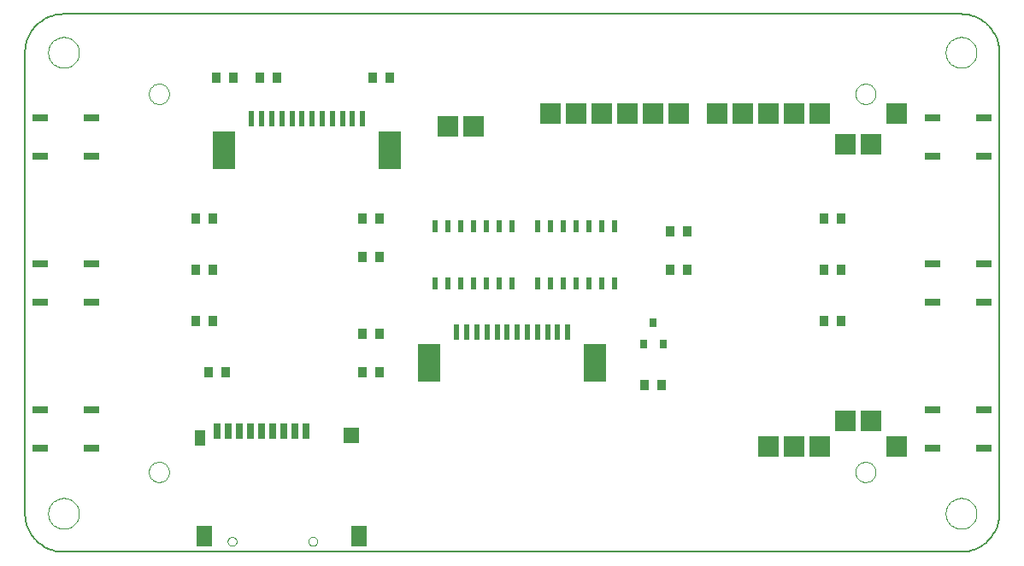
<source format=gtp>
G75*
%MOIN*%
%OFA0B0*%
%FSLAX24Y24*%
%IPPOS*%
%LPD*%
%AMOC8*
5,1,8,0,0,1.08239X$1,22.5*
%
%ADD10C,0.0050*%
%ADD11C,0.0000*%
%ADD12R,0.0370X0.0400*%
%ADD13R,0.0600X0.0300*%
%ADD14R,0.0300X0.0600*%
%ADD15R,0.0400X0.0600*%
%ADD16R,0.0600X0.0800*%
%ADD17R,0.0600X0.0600*%
%ADD18R,0.0197X0.0591*%
%ADD19R,0.0866X0.1496*%
%ADD20R,0.0236X0.0472*%
%ADD21R,0.0315X0.0354*%
%ADD22R,0.0800X0.0800*%
D10*
X016260Y007643D02*
X016260Y025643D01*
X016262Y025719D01*
X016268Y025795D01*
X016277Y025870D01*
X016291Y025945D01*
X016308Y026019D01*
X016329Y026092D01*
X016353Y026164D01*
X016382Y026235D01*
X016413Y026304D01*
X016448Y026371D01*
X016487Y026436D01*
X016529Y026500D01*
X016574Y026561D01*
X016622Y026620D01*
X016673Y026676D01*
X016727Y026730D01*
X016783Y026781D01*
X016842Y026829D01*
X016903Y026874D01*
X016967Y026916D01*
X017032Y026955D01*
X017099Y026990D01*
X017168Y027021D01*
X017239Y027050D01*
X017311Y027074D01*
X017384Y027095D01*
X017458Y027112D01*
X017533Y027126D01*
X017608Y027135D01*
X017684Y027141D01*
X017760Y027143D01*
X052760Y027143D01*
X052836Y027141D01*
X052912Y027135D01*
X052987Y027126D01*
X053062Y027112D01*
X053136Y027095D01*
X053209Y027074D01*
X053281Y027050D01*
X053352Y027021D01*
X053421Y026990D01*
X053488Y026955D01*
X053553Y026916D01*
X053617Y026874D01*
X053678Y026829D01*
X053737Y026781D01*
X053793Y026730D01*
X053847Y026676D01*
X053898Y026620D01*
X053946Y026561D01*
X053991Y026500D01*
X054033Y026436D01*
X054072Y026371D01*
X054107Y026304D01*
X054138Y026235D01*
X054167Y026164D01*
X054191Y026092D01*
X054212Y026019D01*
X054229Y025945D01*
X054243Y025870D01*
X054252Y025795D01*
X054258Y025719D01*
X054260Y025643D01*
X054260Y007643D01*
X054258Y007567D01*
X054252Y007491D01*
X054243Y007416D01*
X054229Y007341D01*
X054212Y007267D01*
X054191Y007194D01*
X054167Y007122D01*
X054138Y007051D01*
X054107Y006982D01*
X054072Y006915D01*
X054033Y006850D01*
X053991Y006786D01*
X053946Y006725D01*
X053898Y006666D01*
X053847Y006610D01*
X053793Y006556D01*
X053737Y006505D01*
X053678Y006457D01*
X053617Y006412D01*
X053553Y006370D01*
X053488Y006331D01*
X053421Y006296D01*
X053352Y006265D01*
X053281Y006236D01*
X053209Y006212D01*
X053136Y006191D01*
X053062Y006174D01*
X052987Y006160D01*
X052912Y006151D01*
X052836Y006145D01*
X052760Y006143D01*
X017760Y006143D01*
X017684Y006145D01*
X017608Y006151D01*
X017533Y006160D01*
X017458Y006174D01*
X017384Y006191D01*
X017311Y006212D01*
X017239Y006236D01*
X017168Y006265D01*
X017099Y006296D01*
X017032Y006331D01*
X016967Y006370D01*
X016903Y006412D01*
X016842Y006457D01*
X016783Y006505D01*
X016727Y006556D01*
X016673Y006610D01*
X016622Y006666D01*
X016574Y006725D01*
X016529Y006786D01*
X016487Y006850D01*
X016448Y006915D01*
X016413Y006982D01*
X016382Y007051D01*
X016353Y007122D01*
X016329Y007194D01*
X016308Y007267D01*
X016291Y007341D01*
X016277Y007416D01*
X016268Y007491D01*
X016262Y007567D01*
X016260Y007643D01*
D11*
X017160Y007643D02*
X017162Y007692D01*
X017168Y007740D01*
X017178Y007788D01*
X017192Y007835D01*
X017209Y007881D01*
X017230Y007925D01*
X017255Y007967D01*
X017283Y008007D01*
X017315Y008045D01*
X017349Y008080D01*
X017386Y008112D01*
X017425Y008141D01*
X017467Y008167D01*
X017511Y008189D01*
X017556Y008207D01*
X017603Y008222D01*
X017650Y008233D01*
X017699Y008240D01*
X017748Y008243D01*
X017797Y008242D01*
X017845Y008237D01*
X017894Y008228D01*
X017941Y008215D01*
X017987Y008198D01*
X018031Y008178D01*
X018074Y008154D01*
X018115Y008127D01*
X018153Y008096D01*
X018189Y008063D01*
X018221Y008027D01*
X018251Y007988D01*
X018278Y007947D01*
X018301Y007903D01*
X018320Y007858D01*
X018336Y007812D01*
X018348Y007765D01*
X018356Y007716D01*
X018360Y007667D01*
X018360Y007619D01*
X018356Y007570D01*
X018348Y007521D01*
X018336Y007474D01*
X018320Y007428D01*
X018301Y007383D01*
X018278Y007339D01*
X018251Y007298D01*
X018221Y007259D01*
X018189Y007223D01*
X018153Y007190D01*
X018115Y007159D01*
X018074Y007132D01*
X018031Y007108D01*
X017987Y007088D01*
X017941Y007071D01*
X017894Y007058D01*
X017845Y007049D01*
X017797Y007044D01*
X017748Y007043D01*
X017699Y007046D01*
X017650Y007053D01*
X017603Y007064D01*
X017556Y007079D01*
X017511Y007097D01*
X017467Y007119D01*
X017425Y007145D01*
X017386Y007174D01*
X017349Y007206D01*
X017315Y007241D01*
X017283Y007279D01*
X017255Y007319D01*
X017230Y007361D01*
X017209Y007405D01*
X017192Y007451D01*
X017178Y007498D01*
X017168Y007546D01*
X017162Y007594D01*
X017160Y007643D01*
X021086Y009261D02*
X021088Y009300D01*
X021094Y009339D01*
X021104Y009377D01*
X021117Y009414D01*
X021134Y009449D01*
X021154Y009483D01*
X021178Y009514D01*
X021205Y009543D01*
X021234Y009569D01*
X021266Y009592D01*
X021300Y009612D01*
X021336Y009628D01*
X021373Y009640D01*
X021412Y009649D01*
X021451Y009654D01*
X021490Y009655D01*
X021529Y009652D01*
X021568Y009645D01*
X021605Y009634D01*
X021642Y009620D01*
X021677Y009602D01*
X021710Y009581D01*
X021741Y009556D01*
X021769Y009529D01*
X021794Y009499D01*
X021816Y009466D01*
X021835Y009432D01*
X021850Y009396D01*
X021862Y009358D01*
X021870Y009320D01*
X021874Y009281D01*
X021874Y009241D01*
X021870Y009202D01*
X021862Y009164D01*
X021850Y009126D01*
X021835Y009090D01*
X021816Y009056D01*
X021794Y009023D01*
X021769Y008993D01*
X021741Y008966D01*
X021710Y008941D01*
X021677Y008920D01*
X021642Y008902D01*
X021605Y008888D01*
X021568Y008877D01*
X021529Y008870D01*
X021490Y008867D01*
X021451Y008868D01*
X021412Y008873D01*
X021373Y008882D01*
X021336Y008894D01*
X021300Y008910D01*
X021266Y008930D01*
X021234Y008953D01*
X021205Y008979D01*
X021178Y009008D01*
X021154Y009039D01*
X021134Y009073D01*
X021117Y009108D01*
X021104Y009145D01*
X021094Y009183D01*
X021088Y009222D01*
X021086Y009261D01*
X024161Y006552D02*
X024163Y006578D01*
X024169Y006604D01*
X024178Y006628D01*
X024191Y006651D01*
X024208Y006671D01*
X024227Y006689D01*
X024249Y006704D01*
X024272Y006715D01*
X024297Y006723D01*
X024323Y006727D01*
X024349Y006727D01*
X024375Y006723D01*
X024400Y006715D01*
X024424Y006704D01*
X024445Y006689D01*
X024464Y006671D01*
X024481Y006651D01*
X024494Y006628D01*
X024503Y006604D01*
X024509Y006578D01*
X024511Y006552D01*
X024509Y006526D01*
X024503Y006500D01*
X024494Y006476D01*
X024481Y006453D01*
X024464Y006433D01*
X024445Y006415D01*
X024423Y006400D01*
X024400Y006389D01*
X024375Y006381D01*
X024349Y006377D01*
X024323Y006377D01*
X024297Y006381D01*
X024272Y006389D01*
X024248Y006400D01*
X024227Y006415D01*
X024208Y006433D01*
X024191Y006453D01*
X024178Y006476D01*
X024169Y006500D01*
X024163Y006526D01*
X024161Y006552D01*
X027310Y006552D02*
X027312Y006578D01*
X027318Y006604D01*
X027327Y006628D01*
X027340Y006651D01*
X027357Y006671D01*
X027376Y006689D01*
X027398Y006704D01*
X027421Y006715D01*
X027446Y006723D01*
X027472Y006727D01*
X027498Y006727D01*
X027524Y006723D01*
X027549Y006715D01*
X027573Y006704D01*
X027594Y006689D01*
X027613Y006671D01*
X027630Y006651D01*
X027643Y006628D01*
X027652Y006604D01*
X027658Y006578D01*
X027660Y006552D01*
X027658Y006526D01*
X027652Y006500D01*
X027643Y006476D01*
X027630Y006453D01*
X027613Y006433D01*
X027594Y006415D01*
X027572Y006400D01*
X027549Y006389D01*
X027524Y006381D01*
X027498Y006377D01*
X027472Y006377D01*
X027446Y006381D01*
X027421Y006389D01*
X027397Y006400D01*
X027376Y006415D01*
X027357Y006433D01*
X027340Y006453D01*
X027327Y006476D01*
X027318Y006500D01*
X027312Y006526D01*
X027310Y006552D01*
X048645Y009261D02*
X048647Y009300D01*
X048653Y009339D01*
X048663Y009377D01*
X048676Y009414D01*
X048693Y009449D01*
X048713Y009483D01*
X048737Y009514D01*
X048764Y009543D01*
X048793Y009569D01*
X048825Y009592D01*
X048859Y009612D01*
X048895Y009628D01*
X048932Y009640D01*
X048971Y009649D01*
X049010Y009654D01*
X049049Y009655D01*
X049088Y009652D01*
X049127Y009645D01*
X049164Y009634D01*
X049201Y009620D01*
X049236Y009602D01*
X049269Y009581D01*
X049300Y009556D01*
X049328Y009529D01*
X049353Y009499D01*
X049375Y009466D01*
X049394Y009432D01*
X049409Y009396D01*
X049421Y009358D01*
X049429Y009320D01*
X049433Y009281D01*
X049433Y009241D01*
X049429Y009202D01*
X049421Y009164D01*
X049409Y009126D01*
X049394Y009090D01*
X049375Y009056D01*
X049353Y009023D01*
X049328Y008993D01*
X049300Y008966D01*
X049269Y008941D01*
X049236Y008920D01*
X049201Y008902D01*
X049164Y008888D01*
X049127Y008877D01*
X049088Y008870D01*
X049049Y008867D01*
X049010Y008868D01*
X048971Y008873D01*
X048932Y008882D01*
X048895Y008894D01*
X048859Y008910D01*
X048825Y008930D01*
X048793Y008953D01*
X048764Y008979D01*
X048737Y009008D01*
X048713Y009039D01*
X048693Y009073D01*
X048676Y009108D01*
X048663Y009145D01*
X048653Y009183D01*
X048647Y009222D01*
X048645Y009261D01*
X052160Y007643D02*
X052162Y007692D01*
X052168Y007740D01*
X052178Y007788D01*
X052192Y007835D01*
X052209Y007881D01*
X052230Y007925D01*
X052255Y007967D01*
X052283Y008007D01*
X052315Y008045D01*
X052349Y008080D01*
X052386Y008112D01*
X052425Y008141D01*
X052467Y008167D01*
X052511Y008189D01*
X052556Y008207D01*
X052603Y008222D01*
X052650Y008233D01*
X052699Y008240D01*
X052748Y008243D01*
X052797Y008242D01*
X052845Y008237D01*
X052894Y008228D01*
X052941Y008215D01*
X052987Y008198D01*
X053031Y008178D01*
X053074Y008154D01*
X053115Y008127D01*
X053153Y008096D01*
X053189Y008063D01*
X053221Y008027D01*
X053251Y007988D01*
X053278Y007947D01*
X053301Y007903D01*
X053320Y007858D01*
X053336Y007812D01*
X053348Y007765D01*
X053356Y007716D01*
X053360Y007667D01*
X053360Y007619D01*
X053356Y007570D01*
X053348Y007521D01*
X053336Y007474D01*
X053320Y007428D01*
X053301Y007383D01*
X053278Y007339D01*
X053251Y007298D01*
X053221Y007259D01*
X053189Y007223D01*
X053153Y007190D01*
X053115Y007159D01*
X053074Y007132D01*
X053031Y007108D01*
X052987Y007088D01*
X052941Y007071D01*
X052894Y007058D01*
X052845Y007049D01*
X052797Y007044D01*
X052748Y007043D01*
X052699Y007046D01*
X052650Y007053D01*
X052603Y007064D01*
X052556Y007079D01*
X052511Y007097D01*
X052467Y007119D01*
X052425Y007145D01*
X052386Y007174D01*
X052349Y007206D01*
X052315Y007241D01*
X052283Y007279D01*
X052255Y007319D01*
X052230Y007361D01*
X052209Y007405D01*
X052192Y007451D01*
X052178Y007498D01*
X052168Y007546D01*
X052162Y007594D01*
X052160Y007643D01*
X048645Y024025D02*
X048647Y024064D01*
X048653Y024103D01*
X048663Y024141D01*
X048676Y024178D01*
X048693Y024213D01*
X048713Y024247D01*
X048737Y024278D01*
X048764Y024307D01*
X048793Y024333D01*
X048825Y024356D01*
X048859Y024376D01*
X048895Y024392D01*
X048932Y024404D01*
X048971Y024413D01*
X049010Y024418D01*
X049049Y024419D01*
X049088Y024416D01*
X049127Y024409D01*
X049164Y024398D01*
X049201Y024384D01*
X049236Y024366D01*
X049269Y024345D01*
X049300Y024320D01*
X049328Y024293D01*
X049353Y024263D01*
X049375Y024230D01*
X049394Y024196D01*
X049409Y024160D01*
X049421Y024122D01*
X049429Y024084D01*
X049433Y024045D01*
X049433Y024005D01*
X049429Y023966D01*
X049421Y023928D01*
X049409Y023890D01*
X049394Y023854D01*
X049375Y023820D01*
X049353Y023787D01*
X049328Y023757D01*
X049300Y023730D01*
X049269Y023705D01*
X049236Y023684D01*
X049201Y023666D01*
X049164Y023652D01*
X049127Y023641D01*
X049088Y023634D01*
X049049Y023631D01*
X049010Y023632D01*
X048971Y023637D01*
X048932Y023646D01*
X048895Y023658D01*
X048859Y023674D01*
X048825Y023694D01*
X048793Y023717D01*
X048764Y023743D01*
X048737Y023772D01*
X048713Y023803D01*
X048693Y023837D01*
X048676Y023872D01*
X048663Y023909D01*
X048653Y023947D01*
X048647Y023986D01*
X048645Y024025D01*
X052160Y025643D02*
X052162Y025692D01*
X052168Y025740D01*
X052178Y025788D01*
X052192Y025835D01*
X052209Y025881D01*
X052230Y025925D01*
X052255Y025967D01*
X052283Y026007D01*
X052315Y026045D01*
X052349Y026080D01*
X052386Y026112D01*
X052425Y026141D01*
X052467Y026167D01*
X052511Y026189D01*
X052556Y026207D01*
X052603Y026222D01*
X052650Y026233D01*
X052699Y026240D01*
X052748Y026243D01*
X052797Y026242D01*
X052845Y026237D01*
X052894Y026228D01*
X052941Y026215D01*
X052987Y026198D01*
X053031Y026178D01*
X053074Y026154D01*
X053115Y026127D01*
X053153Y026096D01*
X053189Y026063D01*
X053221Y026027D01*
X053251Y025988D01*
X053278Y025947D01*
X053301Y025903D01*
X053320Y025858D01*
X053336Y025812D01*
X053348Y025765D01*
X053356Y025716D01*
X053360Y025667D01*
X053360Y025619D01*
X053356Y025570D01*
X053348Y025521D01*
X053336Y025474D01*
X053320Y025428D01*
X053301Y025383D01*
X053278Y025339D01*
X053251Y025298D01*
X053221Y025259D01*
X053189Y025223D01*
X053153Y025190D01*
X053115Y025159D01*
X053074Y025132D01*
X053031Y025108D01*
X052987Y025088D01*
X052941Y025071D01*
X052894Y025058D01*
X052845Y025049D01*
X052797Y025044D01*
X052748Y025043D01*
X052699Y025046D01*
X052650Y025053D01*
X052603Y025064D01*
X052556Y025079D01*
X052511Y025097D01*
X052467Y025119D01*
X052425Y025145D01*
X052386Y025174D01*
X052349Y025206D01*
X052315Y025241D01*
X052283Y025279D01*
X052255Y025319D01*
X052230Y025361D01*
X052209Y025405D01*
X052192Y025451D01*
X052178Y025498D01*
X052168Y025546D01*
X052162Y025594D01*
X052160Y025643D01*
X021086Y024025D02*
X021088Y024064D01*
X021094Y024103D01*
X021104Y024141D01*
X021117Y024178D01*
X021134Y024213D01*
X021154Y024247D01*
X021178Y024278D01*
X021205Y024307D01*
X021234Y024333D01*
X021266Y024356D01*
X021300Y024376D01*
X021336Y024392D01*
X021373Y024404D01*
X021412Y024413D01*
X021451Y024418D01*
X021490Y024419D01*
X021529Y024416D01*
X021568Y024409D01*
X021605Y024398D01*
X021642Y024384D01*
X021677Y024366D01*
X021710Y024345D01*
X021741Y024320D01*
X021769Y024293D01*
X021794Y024263D01*
X021816Y024230D01*
X021835Y024196D01*
X021850Y024160D01*
X021862Y024122D01*
X021870Y024084D01*
X021874Y024045D01*
X021874Y024005D01*
X021870Y023966D01*
X021862Y023928D01*
X021850Y023890D01*
X021835Y023854D01*
X021816Y023820D01*
X021794Y023787D01*
X021769Y023757D01*
X021741Y023730D01*
X021710Y023705D01*
X021677Y023684D01*
X021642Y023666D01*
X021605Y023652D01*
X021568Y023641D01*
X021529Y023634D01*
X021490Y023631D01*
X021451Y023632D01*
X021412Y023637D01*
X021373Y023646D01*
X021336Y023658D01*
X021300Y023674D01*
X021266Y023694D01*
X021234Y023717D01*
X021205Y023743D01*
X021178Y023772D01*
X021154Y023803D01*
X021134Y023837D01*
X021117Y023872D01*
X021104Y023909D01*
X021094Y023947D01*
X021088Y023986D01*
X021086Y024025D01*
X017160Y025643D02*
X017162Y025692D01*
X017168Y025740D01*
X017178Y025788D01*
X017192Y025835D01*
X017209Y025881D01*
X017230Y025925D01*
X017255Y025967D01*
X017283Y026007D01*
X017315Y026045D01*
X017349Y026080D01*
X017386Y026112D01*
X017425Y026141D01*
X017467Y026167D01*
X017511Y026189D01*
X017556Y026207D01*
X017603Y026222D01*
X017650Y026233D01*
X017699Y026240D01*
X017748Y026243D01*
X017797Y026242D01*
X017845Y026237D01*
X017894Y026228D01*
X017941Y026215D01*
X017987Y026198D01*
X018031Y026178D01*
X018074Y026154D01*
X018115Y026127D01*
X018153Y026096D01*
X018189Y026063D01*
X018221Y026027D01*
X018251Y025988D01*
X018278Y025947D01*
X018301Y025903D01*
X018320Y025858D01*
X018336Y025812D01*
X018348Y025765D01*
X018356Y025716D01*
X018360Y025667D01*
X018360Y025619D01*
X018356Y025570D01*
X018348Y025521D01*
X018336Y025474D01*
X018320Y025428D01*
X018301Y025383D01*
X018278Y025339D01*
X018251Y025298D01*
X018221Y025259D01*
X018189Y025223D01*
X018153Y025190D01*
X018115Y025159D01*
X018074Y025132D01*
X018031Y025108D01*
X017987Y025088D01*
X017941Y025071D01*
X017894Y025058D01*
X017845Y025049D01*
X017797Y025044D01*
X017748Y025043D01*
X017699Y025046D01*
X017650Y025053D01*
X017603Y025064D01*
X017556Y025079D01*
X017511Y025097D01*
X017467Y025119D01*
X017425Y025145D01*
X017386Y025174D01*
X017349Y025206D01*
X017315Y025241D01*
X017283Y025279D01*
X017255Y025319D01*
X017230Y025361D01*
X017209Y025405D01*
X017192Y025451D01*
X017178Y025498D01*
X017168Y025546D01*
X017162Y025594D01*
X017160Y025643D01*
D12*
X023725Y024643D03*
X024394Y024643D03*
X025425Y024643D03*
X026094Y024643D03*
X029825Y024643D03*
X030494Y024643D03*
X030094Y019143D03*
X029425Y019143D03*
X029425Y017643D03*
X030094Y017643D03*
X030094Y014643D03*
X029425Y014643D03*
X029425Y013143D03*
X030094Y013143D03*
X024094Y013143D03*
X023425Y013143D03*
X023594Y015143D03*
X022925Y015143D03*
X022925Y017143D03*
X023594Y017143D03*
X023594Y019143D03*
X022925Y019143D03*
X040425Y012643D03*
X041094Y012643D03*
X047425Y015143D03*
X048094Y015143D03*
X048094Y017143D03*
X047425Y017143D03*
X047425Y019143D03*
X048094Y019143D03*
X042094Y018643D03*
X041425Y018643D03*
X041425Y017143D03*
X042094Y017143D03*
D13*
X051660Y017393D03*
X053660Y017393D03*
X053660Y015893D03*
X051660Y015893D03*
X051660Y011693D03*
X053660Y011693D03*
X053660Y010193D03*
X051660Y010193D03*
X051660Y021593D03*
X053660Y021593D03*
X053660Y023093D03*
X051660Y023093D03*
X018860Y023093D03*
X016860Y023093D03*
X016860Y021593D03*
X018860Y021593D03*
X018860Y017393D03*
X016860Y017393D03*
X016860Y015893D03*
X018860Y015893D03*
X018860Y011693D03*
X016860Y011693D03*
X016860Y010193D03*
X018860Y010193D03*
D14*
X023745Y010843D03*
X024178Y010843D03*
X024611Y010843D03*
X025045Y010843D03*
X025478Y010843D03*
X025911Y010843D03*
X026344Y010843D03*
X026777Y010843D03*
X027210Y010843D03*
D15*
X023097Y010607D03*
D16*
X023234Y006759D03*
X029297Y006759D03*
D17*
X028974Y010689D03*
D18*
X033094Y014735D03*
X033488Y014735D03*
X033882Y014735D03*
X034275Y014735D03*
X034669Y014735D03*
X035063Y014735D03*
X035456Y014735D03*
X035850Y014735D03*
X036244Y014735D03*
X036637Y014735D03*
X037031Y014735D03*
X037425Y014735D03*
X029425Y023048D03*
X029031Y023048D03*
X028637Y023048D03*
X028244Y023048D03*
X027850Y023048D03*
X027456Y023048D03*
X027063Y023048D03*
X026669Y023048D03*
X026275Y023048D03*
X025882Y023048D03*
X025488Y023048D03*
X025094Y023048D03*
D19*
X024031Y021828D03*
X030488Y021828D03*
X032031Y013515D03*
X038488Y013515D03*
D20*
X038260Y016641D03*
X038760Y016641D03*
X039260Y016641D03*
X037760Y016641D03*
X037260Y016641D03*
X036760Y016641D03*
X036260Y016641D03*
X035260Y016641D03*
X034760Y016641D03*
X034260Y016641D03*
X033760Y016641D03*
X033260Y016641D03*
X032760Y016641D03*
X032260Y016641D03*
X032260Y018846D03*
X032760Y018846D03*
X033260Y018846D03*
X033760Y018846D03*
X034260Y018846D03*
X034760Y018846D03*
X035260Y018846D03*
X036260Y018846D03*
X036760Y018846D03*
X037260Y018846D03*
X037760Y018846D03*
X038260Y018846D03*
X038760Y018846D03*
X039260Y018846D03*
D21*
X040760Y015076D03*
X041134Y014250D03*
X040385Y014250D03*
D22*
X045260Y010243D03*
X046260Y010243D03*
X047260Y010243D03*
X048260Y011243D03*
X049260Y011243D03*
X050260Y010243D03*
X049260Y022043D03*
X048260Y022043D03*
X047260Y023243D03*
X046260Y023243D03*
X045260Y023243D03*
X044260Y023243D03*
X043260Y023243D03*
X041760Y023243D03*
X040760Y023243D03*
X039760Y023243D03*
X038760Y023243D03*
X037760Y023243D03*
X036760Y023243D03*
X033760Y022743D03*
X032760Y022743D03*
X050260Y023243D03*
M02*

</source>
